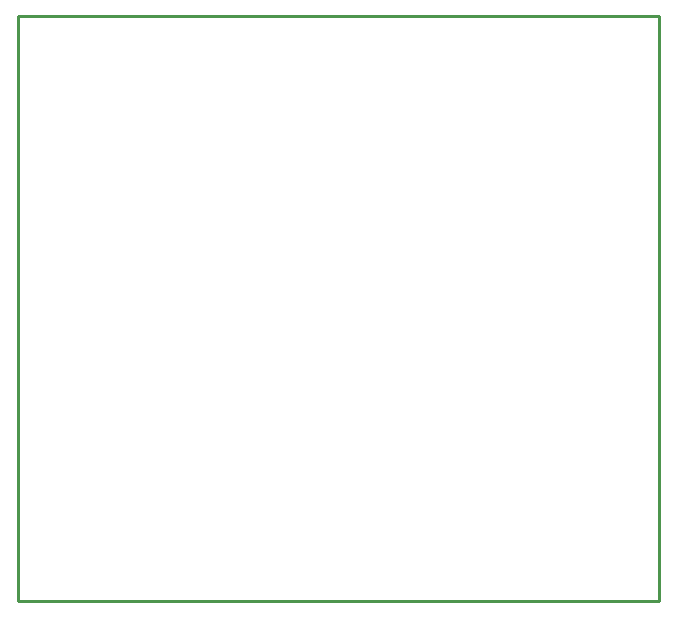
<source format=gbr>
G04 EAGLE Gerber RS-274X export*
G75*
%MOMM*%
%FSLAX34Y34*%
%LPD*%
%IN*%
%IPPOS*%
%AMOC8*
5,1,8,0,0,1.08239X$1,22.5*%
G01*
%ADD10C,0.254000*%


D10*
X0Y50800D02*
X542800Y50800D01*
X542800Y546000D01*
X0Y546000D01*
X0Y50800D01*
M02*

</source>
